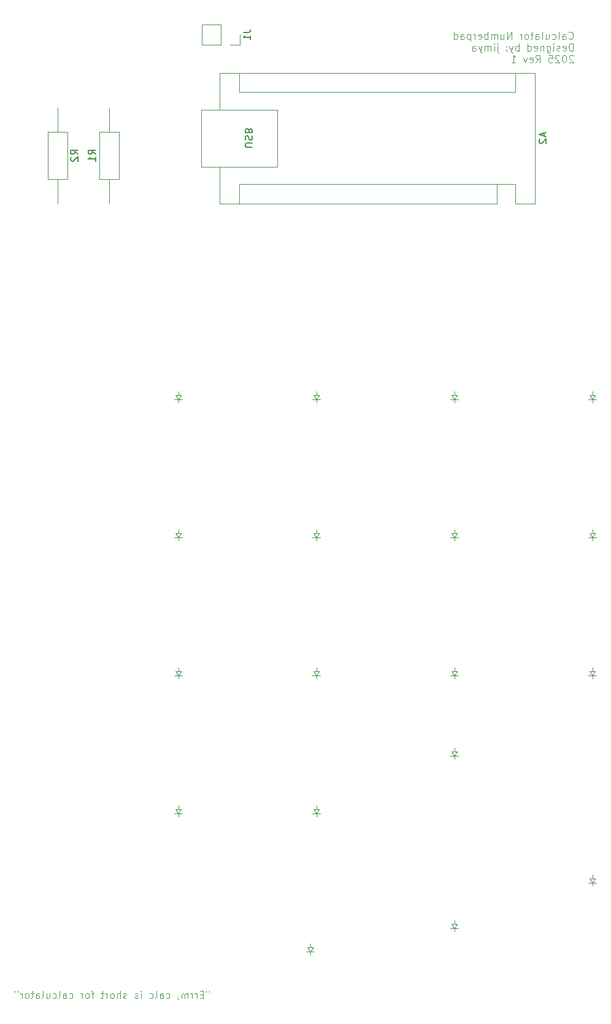
<source format=gbr>
%TF.GenerationSoftware,KiCad,Pcbnew,9.0.2*%
%TF.CreationDate,2025-05-15T02:22:54+10:00*%
%TF.ProjectId,Calculator,43616c63-756c-4617-946f-722e6b696361,rev?*%
%TF.SameCoordinates,Original*%
%TF.FileFunction,Legend,Bot*%
%TF.FilePolarity,Positive*%
%FSLAX46Y46*%
G04 Gerber Fmt 4.6, Leading zero omitted, Abs format (unit mm)*
G04 Created by KiCad (PCBNEW 9.0.2) date 2025-05-15 02:22:54*
%MOMM*%
%LPD*%
G01*
G04 APERTURE LIST*
%ADD10C,0.100000*%
%ADD11C,0.150000*%
%ADD12C,0.120000*%
G04 APERTURE END LIST*
D10*
X137948437Y-34583542D02*
X137996056Y-34631162D01*
X137996056Y-34631162D02*
X138138913Y-34678781D01*
X138138913Y-34678781D02*
X138234151Y-34678781D01*
X138234151Y-34678781D02*
X138377008Y-34631162D01*
X138377008Y-34631162D02*
X138472246Y-34535923D01*
X138472246Y-34535923D02*
X138519865Y-34440685D01*
X138519865Y-34440685D02*
X138567484Y-34250209D01*
X138567484Y-34250209D02*
X138567484Y-34107352D01*
X138567484Y-34107352D02*
X138519865Y-33916876D01*
X138519865Y-33916876D02*
X138472246Y-33821638D01*
X138472246Y-33821638D02*
X138377008Y-33726400D01*
X138377008Y-33726400D02*
X138234151Y-33678781D01*
X138234151Y-33678781D02*
X138138913Y-33678781D01*
X138138913Y-33678781D02*
X137996056Y-33726400D01*
X137996056Y-33726400D02*
X137948437Y-33774019D01*
X137091294Y-34678781D02*
X137091294Y-34154971D01*
X137091294Y-34154971D02*
X137138913Y-34059733D01*
X137138913Y-34059733D02*
X137234151Y-34012114D01*
X137234151Y-34012114D02*
X137424627Y-34012114D01*
X137424627Y-34012114D02*
X137519865Y-34059733D01*
X137091294Y-34631162D02*
X137186532Y-34678781D01*
X137186532Y-34678781D02*
X137424627Y-34678781D01*
X137424627Y-34678781D02*
X137519865Y-34631162D01*
X137519865Y-34631162D02*
X137567484Y-34535923D01*
X137567484Y-34535923D02*
X137567484Y-34440685D01*
X137567484Y-34440685D02*
X137519865Y-34345447D01*
X137519865Y-34345447D02*
X137424627Y-34297828D01*
X137424627Y-34297828D02*
X137186532Y-34297828D01*
X137186532Y-34297828D02*
X137091294Y-34250209D01*
X136472246Y-34678781D02*
X136567484Y-34631162D01*
X136567484Y-34631162D02*
X136615103Y-34535923D01*
X136615103Y-34535923D02*
X136615103Y-33678781D01*
X135662722Y-34631162D02*
X135757960Y-34678781D01*
X135757960Y-34678781D02*
X135948436Y-34678781D01*
X135948436Y-34678781D02*
X136043674Y-34631162D01*
X136043674Y-34631162D02*
X136091293Y-34583542D01*
X136091293Y-34583542D02*
X136138912Y-34488304D01*
X136138912Y-34488304D02*
X136138912Y-34202590D01*
X136138912Y-34202590D02*
X136091293Y-34107352D01*
X136091293Y-34107352D02*
X136043674Y-34059733D01*
X136043674Y-34059733D02*
X135948436Y-34012114D01*
X135948436Y-34012114D02*
X135757960Y-34012114D01*
X135757960Y-34012114D02*
X135662722Y-34059733D01*
X134805579Y-34012114D02*
X134805579Y-34678781D01*
X135234150Y-34012114D02*
X135234150Y-34535923D01*
X135234150Y-34535923D02*
X135186531Y-34631162D01*
X135186531Y-34631162D02*
X135091293Y-34678781D01*
X135091293Y-34678781D02*
X134948436Y-34678781D01*
X134948436Y-34678781D02*
X134853198Y-34631162D01*
X134853198Y-34631162D02*
X134805579Y-34583542D01*
X134186531Y-34678781D02*
X134281769Y-34631162D01*
X134281769Y-34631162D02*
X134329388Y-34535923D01*
X134329388Y-34535923D02*
X134329388Y-33678781D01*
X133377007Y-34678781D02*
X133377007Y-34154971D01*
X133377007Y-34154971D02*
X133424626Y-34059733D01*
X133424626Y-34059733D02*
X133519864Y-34012114D01*
X133519864Y-34012114D02*
X133710340Y-34012114D01*
X133710340Y-34012114D02*
X133805578Y-34059733D01*
X133377007Y-34631162D02*
X133472245Y-34678781D01*
X133472245Y-34678781D02*
X133710340Y-34678781D01*
X133710340Y-34678781D02*
X133805578Y-34631162D01*
X133805578Y-34631162D02*
X133853197Y-34535923D01*
X133853197Y-34535923D02*
X133853197Y-34440685D01*
X133853197Y-34440685D02*
X133805578Y-34345447D01*
X133805578Y-34345447D02*
X133710340Y-34297828D01*
X133710340Y-34297828D02*
X133472245Y-34297828D01*
X133472245Y-34297828D02*
X133377007Y-34250209D01*
X133043673Y-34012114D02*
X132662721Y-34012114D01*
X132900816Y-33678781D02*
X132900816Y-34535923D01*
X132900816Y-34535923D02*
X132853197Y-34631162D01*
X132853197Y-34631162D02*
X132757959Y-34678781D01*
X132757959Y-34678781D02*
X132662721Y-34678781D01*
X132186530Y-34678781D02*
X132281768Y-34631162D01*
X132281768Y-34631162D02*
X132329387Y-34583542D01*
X132329387Y-34583542D02*
X132377006Y-34488304D01*
X132377006Y-34488304D02*
X132377006Y-34202590D01*
X132377006Y-34202590D02*
X132329387Y-34107352D01*
X132329387Y-34107352D02*
X132281768Y-34059733D01*
X132281768Y-34059733D02*
X132186530Y-34012114D01*
X132186530Y-34012114D02*
X132043673Y-34012114D01*
X132043673Y-34012114D02*
X131948435Y-34059733D01*
X131948435Y-34059733D02*
X131900816Y-34107352D01*
X131900816Y-34107352D02*
X131853197Y-34202590D01*
X131853197Y-34202590D02*
X131853197Y-34488304D01*
X131853197Y-34488304D02*
X131900816Y-34583542D01*
X131900816Y-34583542D02*
X131948435Y-34631162D01*
X131948435Y-34631162D02*
X132043673Y-34678781D01*
X132043673Y-34678781D02*
X132186530Y-34678781D01*
X131424625Y-34678781D02*
X131424625Y-34012114D01*
X131424625Y-34202590D02*
X131377006Y-34107352D01*
X131377006Y-34107352D02*
X131329387Y-34059733D01*
X131329387Y-34059733D02*
X131234149Y-34012114D01*
X131234149Y-34012114D02*
X131138911Y-34012114D01*
X130043672Y-34678781D02*
X130043672Y-33678781D01*
X130043672Y-33678781D02*
X129472244Y-34678781D01*
X129472244Y-34678781D02*
X129472244Y-33678781D01*
X128567482Y-34012114D02*
X128567482Y-34678781D01*
X128996053Y-34012114D02*
X128996053Y-34535923D01*
X128996053Y-34535923D02*
X128948434Y-34631162D01*
X128948434Y-34631162D02*
X128853196Y-34678781D01*
X128853196Y-34678781D02*
X128710339Y-34678781D01*
X128710339Y-34678781D02*
X128615101Y-34631162D01*
X128615101Y-34631162D02*
X128567482Y-34583542D01*
X128091291Y-34678781D02*
X128091291Y-34012114D01*
X128091291Y-34107352D02*
X128043672Y-34059733D01*
X128043672Y-34059733D02*
X127948434Y-34012114D01*
X127948434Y-34012114D02*
X127805577Y-34012114D01*
X127805577Y-34012114D02*
X127710339Y-34059733D01*
X127710339Y-34059733D02*
X127662720Y-34154971D01*
X127662720Y-34154971D02*
X127662720Y-34678781D01*
X127662720Y-34154971D02*
X127615101Y-34059733D01*
X127615101Y-34059733D02*
X127519863Y-34012114D01*
X127519863Y-34012114D02*
X127377006Y-34012114D01*
X127377006Y-34012114D02*
X127281767Y-34059733D01*
X127281767Y-34059733D02*
X127234148Y-34154971D01*
X127234148Y-34154971D02*
X127234148Y-34678781D01*
X126757958Y-34678781D02*
X126757958Y-33678781D01*
X126757958Y-34059733D02*
X126662720Y-34012114D01*
X126662720Y-34012114D02*
X126472244Y-34012114D01*
X126472244Y-34012114D02*
X126377006Y-34059733D01*
X126377006Y-34059733D02*
X126329387Y-34107352D01*
X126329387Y-34107352D02*
X126281768Y-34202590D01*
X126281768Y-34202590D02*
X126281768Y-34488304D01*
X126281768Y-34488304D02*
X126329387Y-34583542D01*
X126329387Y-34583542D02*
X126377006Y-34631162D01*
X126377006Y-34631162D02*
X126472244Y-34678781D01*
X126472244Y-34678781D02*
X126662720Y-34678781D01*
X126662720Y-34678781D02*
X126757958Y-34631162D01*
X125472244Y-34631162D02*
X125567482Y-34678781D01*
X125567482Y-34678781D02*
X125757958Y-34678781D01*
X125757958Y-34678781D02*
X125853196Y-34631162D01*
X125853196Y-34631162D02*
X125900815Y-34535923D01*
X125900815Y-34535923D02*
X125900815Y-34154971D01*
X125900815Y-34154971D02*
X125853196Y-34059733D01*
X125853196Y-34059733D02*
X125757958Y-34012114D01*
X125757958Y-34012114D02*
X125567482Y-34012114D01*
X125567482Y-34012114D02*
X125472244Y-34059733D01*
X125472244Y-34059733D02*
X125424625Y-34154971D01*
X125424625Y-34154971D02*
X125424625Y-34250209D01*
X125424625Y-34250209D02*
X125900815Y-34345447D01*
X124996053Y-34678781D02*
X124996053Y-34012114D01*
X124996053Y-34202590D02*
X124948434Y-34107352D01*
X124948434Y-34107352D02*
X124900815Y-34059733D01*
X124900815Y-34059733D02*
X124805577Y-34012114D01*
X124805577Y-34012114D02*
X124710339Y-34012114D01*
X124377005Y-34012114D02*
X124377005Y-35012114D01*
X124377005Y-34059733D02*
X124281767Y-34012114D01*
X124281767Y-34012114D02*
X124091291Y-34012114D01*
X124091291Y-34012114D02*
X123996053Y-34059733D01*
X123996053Y-34059733D02*
X123948434Y-34107352D01*
X123948434Y-34107352D02*
X123900815Y-34202590D01*
X123900815Y-34202590D02*
X123900815Y-34488304D01*
X123900815Y-34488304D02*
X123948434Y-34583542D01*
X123948434Y-34583542D02*
X123996053Y-34631162D01*
X123996053Y-34631162D02*
X124091291Y-34678781D01*
X124091291Y-34678781D02*
X124281767Y-34678781D01*
X124281767Y-34678781D02*
X124377005Y-34631162D01*
X123043672Y-34678781D02*
X123043672Y-34154971D01*
X123043672Y-34154971D02*
X123091291Y-34059733D01*
X123091291Y-34059733D02*
X123186529Y-34012114D01*
X123186529Y-34012114D02*
X123377005Y-34012114D01*
X123377005Y-34012114D02*
X123472243Y-34059733D01*
X123043672Y-34631162D02*
X123138910Y-34678781D01*
X123138910Y-34678781D02*
X123377005Y-34678781D01*
X123377005Y-34678781D02*
X123472243Y-34631162D01*
X123472243Y-34631162D02*
X123519862Y-34535923D01*
X123519862Y-34535923D02*
X123519862Y-34440685D01*
X123519862Y-34440685D02*
X123472243Y-34345447D01*
X123472243Y-34345447D02*
X123377005Y-34297828D01*
X123377005Y-34297828D02*
X123138910Y-34297828D01*
X123138910Y-34297828D02*
X123043672Y-34250209D01*
X122138910Y-34678781D02*
X122138910Y-33678781D01*
X122138910Y-34631162D02*
X122234148Y-34678781D01*
X122234148Y-34678781D02*
X122424624Y-34678781D01*
X122424624Y-34678781D02*
X122519862Y-34631162D01*
X122519862Y-34631162D02*
X122567481Y-34583542D01*
X122567481Y-34583542D02*
X122615100Y-34488304D01*
X122615100Y-34488304D02*
X122615100Y-34202590D01*
X122615100Y-34202590D02*
X122567481Y-34107352D01*
X122567481Y-34107352D02*
X122519862Y-34059733D01*
X122519862Y-34059733D02*
X122424624Y-34012114D01*
X122424624Y-34012114D02*
X122234148Y-34012114D01*
X122234148Y-34012114D02*
X122138910Y-34059733D01*
X138519865Y-36288725D02*
X138519865Y-35288725D01*
X138519865Y-35288725D02*
X138281770Y-35288725D01*
X138281770Y-35288725D02*
X138138913Y-35336344D01*
X138138913Y-35336344D02*
X138043675Y-35431582D01*
X138043675Y-35431582D02*
X137996056Y-35526820D01*
X137996056Y-35526820D02*
X137948437Y-35717296D01*
X137948437Y-35717296D02*
X137948437Y-35860153D01*
X137948437Y-35860153D02*
X137996056Y-36050629D01*
X137996056Y-36050629D02*
X138043675Y-36145867D01*
X138043675Y-36145867D02*
X138138913Y-36241106D01*
X138138913Y-36241106D02*
X138281770Y-36288725D01*
X138281770Y-36288725D02*
X138519865Y-36288725D01*
X137138913Y-36241106D02*
X137234151Y-36288725D01*
X137234151Y-36288725D02*
X137424627Y-36288725D01*
X137424627Y-36288725D02*
X137519865Y-36241106D01*
X137519865Y-36241106D02*
X137567484Y-36145867D01*
X137567484Y-36145867D02*
X137567484Y-35764915D01*
X137567484Y-35764915D02*
X137519865Y-35669677D01*
X137519865Y-35669677D02*
X137424627Y-35622058D01*
X137424627Y-35622058D02*
X137234151Y-35622058D01*
X137234151Y-35622058D02*
X137138913Y-35669677D01*
X137138913Y-35669677D02*
X137091294Y-35764915D01*
X137091294Y-35764915D02*
X137091294Y-35860153D01*
X137091294Y-35860153D02*
X137567484Y-35955391D01*
X136710341Y-36241106D02*
X136615103Y-36288725D01*
X136615103Y-36288725D02*
X136424627Y-36288725D01*
X136424627Y-36288725D02*
X136329389Y-36241106D01*
X136329389Y-36241106D02*
X136281770Y-36145867D01*
X136281770Y-36145867D02*
X136281770Y-36098248D01*
X136281770Y-36098248D02*
X136329389Y-36003010D01*
X136329389Y-36003010D02*
X136424627Y-35955391D01*
X136424627Y-35955391D02*
X136567484Y-35955391D01*
X136567484Y-35955391D02*
X136662722Y-35907772D01*
X136662722Y-35907772D02*
X136710341Y-35812534D01*
X136710341Y-35812534D02*
X136710341Y-35764915D01*
X136710341Y-35764915D02*
X136662722Y-35669677D01*
X136662722Y-35669677D02*
X136567484Y-35622058D01*
X136567484Y-35622058D02*
X136424627Y-35622058D01*
X136424627Y-35622058D02*
X136329389Y-35669677D01*
X135853198Y-36288725D02*
X135853198Y-35622058D01*
X135853198Y-35288725D02*
X135900817Y-35336344D01*
X135900817Y-35336344D02*
X135853198Y-35383963D01*
X135853198Y-35383963D02*
X135805579Y-35336344D01*
X135805579Y-35336344D02*
X135853198Y-35288725D01*
X135853198Y-35288725D02*
X135853198Y-35383963D01*
X134948437Y-35622058D02*
X134948437Y-36431582D01*
X134948437Y-36431582D02*
X134996056Y-36526820D01*
X134996056Y-36526820D02*
X135043675Y-36574439D01*
X135043675Y-36574439D02*
X135138913Y-36622058D01*
X135138913Y-36622058D02*
X135281770Y-36622058D01*
X135281770Y-36622058D02*
X135377008Y-36574439D01*
X134948437Y-36241106D02*
X135043675Y-36288725D01*
X135043675Y-36288725D02*
X135234151Y-36288725D01*
X135234151Y-36288725D02*
X135329389Y-36241106D01*
X135329389Y-36241106D02*
X135377008Y-36193486D01*
X135377008Y-36193486D02*
X135424627Y-36098248D01*
X135424627Y-36098248D02*
X135424627Y-35812534D01*
X135424627Y-35812534D02*
X135377008Y-35717296D01*
X135377008Y-35717296D02*
X135329389Y-35669677D01*
X135329389Y-35669677D02*
X135234151Y-35622058D01*
X135234151Y-35622058D02*
X135043675Y-35622058D01*
X135043675Y-35622058D02*
X134948437Y-35669677D01*
X134472246Y-35622058D02*
X134472246Y-36288725D01*
X134472246Y-35717296D02*
X134424627Y-35669677D01*
X134424627Y-35669677D02*
X134329389Y-35622058D01*
X134329389Y-35622058D02*
X134186532Y-35622058D01*
X134186532Y-35622058D02*
X134091294Y-35669677D01*
X134091294Y-35669677D02*
X134043675Y-35764915D01*
X134043675Y-35764915D02*
X134043675Y-36288725D01*
X133186532Y-36241106D02*
X133281770Y-36288725D01*
X133281770Y-36288725D02*
X133472246Y-36288725D01*
X133472246Y-36288725D02*
X133567484Y-36241106D01*
X133567484Y-36241106D02*
X133615103Y-36145867D01*
X133615103Y-36145867D02*
X133615103Y-35764915D01*
X133615103Y-35764915D02*
X133567484Y-35669677D01*
X133567484Y-35669677D02*
X133472246Y-35622058D01*
X133472246Y-35622058D02*
X133281770Y-35622058D01*
X133281770Y-35622058D02*
X133186532Y-35669677D01*
X133186532Y-35669677D02*
X133138913Y-35764915D01*
X133138913Y-35764915D02*
X133138913Y-35860153D01*
X133138913Y-35860153D02*
X133615103Y-35955391D01*
X132281770Y-36288725D02*
X132281770Y-35288725D01*
X132281770Y-36241106D02*
X132377008Y-36288725D01*
X132377008Y-36288725D02*
X132567484Y-36288725D01*
X132567484Y-36288725D02*
X132662722Y-36241106D01*
X132662722Y-36241106D02*
X132710341Y-36193486D01*
X132710341Y-36193486D02*
X132757960Y-36098248D01*
X132757960Y-36098248D02*
X132757960Y-35812534D01*
X132757960Y-35812534D02*
X132710341Y-35717296D01*
X132710341Y-35717296D02*
X132662722Y-35669677D01*
X132662722Y-35669677D02*
X132567484Y-35622058D01*
X132567484Y-35622058D02*
X132377008Y-35622058D01*
X132377008Y-35622058D02*
X132281770Y-35669677D01*
X131043674Y-36288725D02*
X131043674Y-35288725D01*
X131043674Y-35669677D02*
X130948436Y-35622058D01*
X130948436Y-35622058D02*
X130757960Y-35622058D01*
X130757960Y-35622058D02*
X130662722Y-35669677D01*
X130662722Y-35669677D02*
X130615103Y-35717296D01*
X130615103Y-35717296D02*
X130567484Y-35812534D01*
X130567484Y-35812534D02*
X130567484Y-36098248D01*
X130567484Y-36098248D02*
X130615103Y-36193486D01*
X130615103Y-36193486D02*
X130662722Y-36241106D01*
X130662722Y-36241106D02*
X130757960Y-36288725D01*
X130757960Y-36288725D02*
X130948436Y-36288725D01*
X130948436Y-36288725D02*
X131043674Y-36241106D01*
X130234150Y-35622058D02*
X129996055Y-36288725D01*
X129757960Y-35622058D02*
X129996055Y-36288725D01*
X129996055Y-36288725D02*
X130091293Y-36526820D01*
X130091293Y-36526820D02*
X130138912Y-36574439D01*
X130138912Y-36574439D02*
X130234150Y-36622058D01*
X129377007Y-36193486D02*
X129329388Y-36241106D01*
X129329388Y-36241106D02*
X129377007Y-36288725D01*
X129377007Y-36288725D02*
X129424626Y-36241106D01*
X129424626Y-36241106D02*
X129377007Y-36193486D01*
X129377007Y-36193486D02*
X129377007Y-36288725D01*
X129377007Y-35669677D02*
X129329388Y-35717296D01*
X129329388Y-35717296D02*
X129377007Y-35764915D01*
X129377007Y-35764915D02*
X129424626Y-35717296D01*
X129424626Y-35717296D02*
X129377007Y-35669677D01*
X129377007Y-35669677D02*
X129377007Y-35764915D01*
X128138912Y-35622058D02*
X128138912Y-36479201D01*
X128138912Y-36479201D02*
X128186531Y-36574439D01*
X128186531Y-36574439D02*
X128281769Y-36622058D01*
X128281769Y-36622058D02*
X128329388Y-36622058D01*
X128138912Y-35288725D02*
X128186531Y-35336344D01*
X128186531Y-35336344D02*
X128138912Y-35383963D01*
X128138912Y-35383963D02*
X128091293Y-35336344D01*
X128091293Y-35336344D02*
X128138912Y-35288725D01*
X128138912Y-35288725D02*
X128138912Y-35383963D01*
X127662722Y-36288725D02*
X127662722Y-35622058D01*
X127662722Y-35288725D02*
X127710341Y-35336344D01*
X127710341Y-35336344D02*
X127662722Y-35383963D01*
X127662722Y-35383963D02*
X127615103Y-35336344D01*
X127615103Y-35336344D02*
X127662722Y-35288725D01*
X127662722Y-35288725D02*
X127662722Y-35383963D01*
X127186532Y-36288725D02*
X127186532Y-35622058D01*
X127186532Y-35717296D02*
X127138913Y-35669677D01*
X127138913Y-35669677D02*
X127043675Y-35622058D01*
X127043675Y-35622058D02*
X126900818Y-35622058D01*
X126900818Y-35622058D02*
X126805580Y-35669677D01*
X126805580Y-35669677D02*
X126757961Y-35764915D01*
X126757961Y-35764915D02*
X126757961Y-36288725D01*
X126757961Y-35764915D02*
X126710342Y-35669677D01*
X126710342Y-35669677D02*
X126615104Y-35622058D01*
X126615104Y-35622058D02*
X126472247Y-35622058D01*
X126472247Y-35622058D02*
X126377008Y-35669677D01*
X126377008Y-35669677D02*
X126329389Y-35764915D01*
X126329389Y-35764915D02*
X126329389Y-36288725D01*
X125948437Y-35622058D02*
X125710342Y-36288725D01*
X125472247Y-35622058D02*
X125710342Y-36288725D01*
X125710342Y-36288725D02*
X125805580Y-36526820D01*
X125805580Y-36526820D02*
X125853199Y-36574439D01*
X125853199Y-36574439D02*
X125948437Y-36622058D01*
X124662723Y-36288725D02*
X124662723Y-35764915D01*
X124662723Y-35764915D02*
X124710342Y-35669677D01*
X124710342Y-35669677D02*
X124805580Y-35622058D01*
X124805580Y-35622058D02*
X124996056Y-35622058D01*
X124996056Y-35622058D02*
X125091294Y-35669677D01*
X124662723Y-36241106D02*
X124757961Y-36288725D01*
X124757961Y-36288725D02*
X124996056Y-36288725D01*
X124996056Y-36288725D02*
X125091294Y-36241106D01*
X125091294Y-36241106D02*
X125138913Y-36145867D01*
X125138913Y-36145867D02*
X125138913Y-36050629D01*
X125138913Y-36050629D02*
X125091294Y-35955391D01*
X125091294Y-35955391D02*
X124996056Y-35907772D01*
X124996056Y-35907772D02*
X124757961Y-35907772D01*
X124757961Y-35907772D02*
X124662723Y-35860153D01*
X138567484Y-36993907D02*
X138519865Y-36946288D01*
X138519865Y-36946288D02*
X138424627Y-36898669D01*
X138424627Y-36898669D02*
X138186532Y-36898669D01*
X138186532Y-36898669D02*
X138091294Y-36946288D01*
X138091294Y-36946288D02*
X138043675Y-36993907D01*
X138043675Y-36993907D02*
X137996056Y-37089145D01*
X137996056Y-37089145D02*
X137996056Y-37184383D01*
X137996056Y-37184383D02*
X138043675Y-37327240D01*
X138043675Y-37327240D02*
X138615103Y-37898669D01*
X138615103Y-37898669D02*
X137996056Y-37898669D01*
X137377008Y-36898669D02*
X137281770Y-36898669D01*
X137281770Y-36898669D02*
X137186532Y-36946288D01*
X137186532Y-36946288D02*
X137138913Y-36993907D01*
X137138913Y-36993907D02*
X137091294Y-37089145D01*
X137091294Y-37089145D02*
X137043675Y-37279621D01*
X137043675Y-37279621D02*
X137043675Y-37517716D01*
X137043675Y-37517716D02*
X137091294Y-37708192D01*
X137091294Y-37708192D02*
X137138913Y-37803430D01*
X137138913Y-37803430D02*
X137186532Y-37851050D01*
X137186532Y-37851050D02*
X137281770Y-37898669D01*
X137281770Y-37898669D02*
X137377008Y-37898669D01*
X137377008Y-37898669D02*
X137472246Y-37851050D01*
X137472246Y-37851050D02*
X137519865Y-37803430D01*
X137519865Y-37803430D02*
X137567484Y-37708192D01*
X137567484Y-37708192D02*
X137615103Y-37517716D01*
X137615103Y-37517716D02*
X137615103Y-37279621D01*
X137615103Y-37279621D02*
X137567484Y-37089145D01*
X137567484Y-37089145D02*
X137519865Y-36993907D01*
X137519865Y-36993907D02*
X137472246Y-36946288D01*
X137472246Y-36946288D02*
X137377008Y-36898669D01*
X136662722Y-36993907D02*
X136615103Y-36946288D01*
X136615103Y-36946288D02*
X136519865Y-36898669D01*
X136519865Y-36898669D02*
X136281770Y-36898669D01*
X136281770Y-36898669D02*
X136186532Y-36946288D01*
X136186532Y-36946288D02*
X136138913Y-36993907D01*
X136138913Y-36993907D02*
X136091294Y-37089145D01*
X136091294Y-37089145D02*
X136091294Y-37184383D01*
X136091294Y-37184383D02*
X136138913Y-37327240D01*
X136138913Y-37327240D02*
X136710341Y-37898669D01*
X136710341Y-37898669D02*
X136091294Y-37898669D01*
X135186532Y-36898669D02*
X135662722Y-36898669D01*
X135662722Y-36898669D02*
X135710341Y-37374859D01*
X135710341Y-37374859D02*
X135662722Y-37327240D01*
X135662722Y-37327240D02*
X135567484Y-37279621D01*
X135567484Y-37279621D02*
X135329389Y-37279621D01*
X135329389Y-37279621D02*
X135234151Y-37327240D01*
X135234151Y-37327240D02*
X135186532Y-37374859D01*
X135186532Y-37374859D02*
X135138913Y-37470097D01*
X135138913Y-37470097D02*
X135138913Y-37708192D01*
X135138913Y-37708192D02*
X135186532Y-37803430D01*
X135186532Y-37803430D02*
X135234151Y-37851050D01*
X135234151Y-37851050D02*
X135329389Y-37898669D01*
X135329389Y-37898669D02*
X135567484Y-37898669D01*
X135567484Y-37898669D02*
X135662722Y-37851050D01*
X135662722Y-37851050D02*
X135710341Y-37803430D01*
X133377008Y-37898669D02*
X133710341Y-37422478D01*
X133948436Y-37898669D02*
X133948436Y-36898669D01*
X133948436Y-36898669D02*
X133567484Y-36898669D01*
X133567484Y-36898669D02*
X133472246Y-36946288D01*
X133472246Y-36946288D02*
X133424627Y-36993907D01*
X133424627Y-36993907D02*
X133377008Y-37089145D01*
X133377008Y-37089145D02*
X133377008Y-37232002D01*
X133377008Y-37232002D02*
X133424627Y-37327240D01*
X133424627Y-37327240D02*
X133472246Y-37374859D01*
X133472246Y-37374859D02*
X133567484Y-37422478D01*
X133567484Y-37422478D02*
X133948436Y-37422478D01*
X132567484Y-37851050D02*
X132662722Y-37898669D01*
X132662722Y-37898669D02*
X132853198Y-37898669D01*
X132853198Y-37898669D02*
X132948436Y-37851050D01*
X132948436Y-37851050D02*
X132996055Y-37755811D01*
X132996055Y-37755811D02*
X132996055Y-37374859D01*
X132996055Y-37374859D02*
X132948436Y-37279621D01*
X132948436Y-37279621D02*
X132853198Y-37232002D01*
X132853198Y-37232002D02*
X132662722Y-37232002D01*
X132662722Y-37232002D02*
X132567484Y-37279621D01*
X132567484Y-37279621D02*
X132519865Y-37374859D01*
X132519865Y-37374859D02*
X132519865Y-37470097D01*
X132519865Y-37470097D02*
X132996055Y-37565335D01*
X132186531Y-37232002D02*
X131948436Y-37898669D01*
X131948436Y-37898669D02*
X131710341Y-37232002D01*
X130043674Y-37898669D02*
X130615102Y-37898669D01*
X130329388Y-37898669D02*
X130329388Y-36898669D01*
X130329388Y-36898669D02*
X130424626Y-37041526D01*
X130424626Y-37041526D02*
X130519864Y-37136764D01*
X130519864Y-37136764D02*
X130615102Y-37184383D01*
X88323734Y-166052419D02*
X88323734Y-166242895D01*
X87942782Y-166052419D02*
X87942782Y-166242895D01*
X87514210Y-166528609D02*
X87180877Y-166528609D01*
X87038020Y-167052419D02*
X87514210Y-167052419D01*
X87514210Y-167052419D02*
X87514210Y-166052419D01*
X87514210Y-166052419D02*
X87038020Y-166052419D01*
X86609448Y-167052419D02*
X86609448Y-166385752D01*
X86609448Y-166576228D02*
X86561829Y-166480990D01*
X86561829Y-166480990D02*
X86514210Y-166433371D01*
X86514210Y-166433371D02*
X86418972Y-166385752D01*
X86418972Y-166385752D02*
X86323734Y-166385752D01*
X85990400Y-167052419D02*
X85990400Y-166385752D01*
X85990400Y-166576228D02*
X85942781Y-166480990D01*
X85942781Y-166480990D02*
X85895162Y-166433371D01*
X85895162Y-166433371D02*
X85799924Y-166385752D01*
X85799924Y-166385752D02*
X85704686Y-166385752D01*
X85371352Y-167052419D02*
X85371352Y-166385752D01*
X85371352Y-166480990D02*
X85323733Y-166433371D01*
X85323733Y-166433371D02*
X85228495Y-166385752D01*
X85228495Y-166385752D02*
X85085638Y-166385752D01*
X85085638Y-166385752D02*
X84990400Y-166433371D01*
X84990400Y-166433371D02*
X84942781Y-166528609D01*
X84942781Y-166528609D02*
X84942781Y-167052419D01*
X84942781Y-166528609D02*
X84895162Y-166433371D01*
X84895162Y-166433371D02*
X84799924Y-166385752D01*
X84799924Y-166385752D02*
X84657067Y-166385752D01*
X84657067Y-166385752D02*
X84561828Y-166433371D01*
X84561828Y-166433371D02*
X84514209Y-166528609D01*
X84514209Y-166528609D02*
X84514209Y-167052419D01*
X83990400Y-167004800D02*
X83990400Y-167052419D01*
X83990400Y-167052419D02*
X84038019Y-167147657D01*
X84038019Y-167147657D02*
X84085638Y-167195276D01*
X82371353Y-167004800D02*
X82466591Y-167052419D01*
X82466591Y-167052419D02*
X82657067Y-167052419D01*
X82657067Y-167052419D02*
X82752305Y-167004800D01*
X82752305Y-167004800D02*
X82799924Y-166957180D01*
X82799924Y-166957180D02*
X82847543Y-166861942D01*
X82847543Y-166861942D02*
X82847543Y-166576228D01*
X82847543Y-166576228D02*
X82799924Y-166480990D01*
X82799924Y-166480990D02*
X82752305Y-166433371D01*
X82752305Y-166433371D02*
X82657067Y-166385752D01*
X82657067Y-166385752D02*
X82466591Y-166385752D01*
X82466591Y-166385752D02*
X82371353Y-166433371D01*
X81514210Y-167052419D02*
X81514210Y-166528609D01*
X81514210Y-166528609D02*
X81561829Y-166433371D01*
X81561829Y-166433371D02*
X81657067Y-166385752D01*
X81657067Y-166385752D02*
X81847543Y-166385752D01*
X81847543Y-166385752D02*
X81942781Y-166433371D01*
X81514210Y-167004800D02*
X81609448Y-167052419D01*
X81609448Y-167052419D02*
X81847543Y-167052419D01*
X81847543Y-167052419D02*
X81942781Y-167004800D01*
X81942781Y-167004800D02*
X81990400Y-166909561D01*
X81990400Y-166909561D02*
X81990400Y-166814323D01*
X81990400Y-166814323D02*
X81942781Y-166719085D01*
X81942781Y-166719085D02*
X81847543Y-166671466D01*
X81847543Y-166671466D02*
X81609448Y-166671466D01*
X81609448Y-166671466D02*
X81514210Y-166623847D01*
X80895162Y-167052419D02*
X80990400Y-167004800D01*
X80990400Y-167004800D02*
X81038019Y-166909561D01*
X81038019Y-166909561D02*
X81038019Y-166052419D01*
X80085638Y-167004800D02*
X80180876Y-167052419D01*
X80180876Y-167052419D02*
X80371352Y-167052419D01*
X80371352Y-167052419D02*
X80466590Y-167004800D01*
X80466590Y-167004800D02*
X80514209Y-166957180D01*
X80514209Y-166957180D02*
X80561828Y-166861942D01*
X80561828Y-166861942D02*
X80561828Y-166576228D01*
X80561828Y-166576228D02*
X80514209Y-166480990D01*
X80514209Y-166480990D02*
X80466590Y-166433371D01*
X80466590Y-166433371D02*
X80371352Y-166385752D01*
X80371352Y-166385752D02*
X80180876Y-166385752D01*
X80180876Y-166385752D02*
X80085638Y-166433371D01*
X78895161Y-167052419D02*
X78895161Y-166385752D01*
X78895161Y-166052419D02*
X78942780Y-166100038D01*
X78942780Y-166100038D02*
X78895161Y-166147657D01*
X78895161Y-166147657D02*
X78847542Y-166100038D01*
X78847542Y-166100038D02*
X78895161Y-166052419D01*
X78895161Y-166052419D02*
X78895161Y-166147657D01*
X78466590Y-167004800D02*
X78371352Y-167052419D01*
X78371352Y-167052419D02*
X78180876Y-167052419D01*
X78180876Y-167052419D02*
X78085638Y-167004800D01*
X78085638Y-167004800D02*
X78038019Y-166909561D01*
X78038019Y-166909561D02*
X78038019Y-166861942D01*
X78038019Y-166861942D02*
X78085638Y-166766704D01*
X78085638Y-166766704D02*
X78180876Y-166719085D01*
X78180876Y-166719085D02*
X78323733Y-166719085D01*
X78323733Y-166719085D02*
X78418971Y-166671466D01*
X78418971Y-166671466D02*
X78466590Y-166576228D01*
X78466590Y-166576228D02*
X78466590Y-166528609D01*
X78466590Y-166528609D02*
X78418971Y-166433371D01*
X78418971Y-166433371D02*
X78323733Y-166385752D01*
X78323733Y-166385752D02*
X78180876Y-166385752D01*
X78180876Y-166385752D02*
X78085638Y-166433371D01*
X76895161Y-167004800D02*
X76799923Y-167052419D01*
X76799923Y-167052419D02*
X76609447Y-167052419D01*
X76609447Y-167052419D02*
X76514209Y-167004800D01*
X76514209Y-167004800D02*
X76466590Y-166909561D01*
X76466590Y-166909561D02*
X76466590Y-166861942D01*
X76466590Y-166861942D02*
X76514209Y-166766704D01*
X76514209Y-166766704D02*
X76609447Y-166719085D01*
X76609447Y-166719085D02*
X76752304Y-166719085D01*
X76752304Y-166719085D02*
X76847542Y-166671466D01*
X76847542Y-166671466D02*
X76895161Y-166576228D01*
X76895161Y-166576228D02*
X76895161Y-166528609D01*
X76895161Y-166528609D02*
X76847542Y-166433371D01*
X76847542Y-166433371D02*
X76752304Y-166385752D01*
X76752304Y-166385752D02*
X76609447Y-166385752D01*
X76609447Y-166385752D02*
X76514209Y-166433371D01*
X76038018Y-167052419D02*
X76038018Y-166052419D01*
X75609447Y-167052419D02*
X75609447Y-166528609D01*
X75609447Y-166528609D02*
X75657066Y-166433371D01*
X75657066Y-166433371D02*
X75752304Y-166385752D01*
X75752304Y-166385752D02*
X75895161Y-166385752D01*
X75895161Y-166385752D02*
X75990399Y-166433371D01*
X75990399Y-166433371D02*
X76038018Y-166480990D01*
X74990399Y-167052419D02*
X75085637Y-167004800D01*
X75085637Y-167004800D02*
X75133256Y-166957180D01*
X75133256Y-166957180D02*
X75180875Y-166861942D01*
X75180875Y-166861942D02*
X75180875Y-166576228D01*
X75180875Y-166576228D02*
X75133256Y-166480990D01*
X75133256Y-166480990D02*
X75085637Y-166433371D01*
X75085637Y-166433371D02*
X74990399Y-166385752D01*
X74990399Y-166385752D02*
X74847542Y-166385752D01*
X74847542Y-166385752D02*
X74752304Y-166433371D01*
X74752304Y-166433371D02*
X74704685Y-166480990D01*
X74704685Y-166480990D02*
X74657066Y-166576228D01*
X74657066Y-166576228D02*
X74657066Y-166861942D01*
X74657066Y-166861942D02*
X74704685Y-166957180D01*
X74704685Y-166957180D02*
X74752304Y-167004800D01*
X74752304Y-167004800D02*
X74847542Y-167052419D01*
X74847542Y-167052419D02*
X74990399Y-167052419D01*
X74228494Y-167052419D02*
X74228494Y-166385752D01*
X74228494Y-166576228D02*
X74180875Y-166480990D01*
X74180875Y-166480990D02*
X74133256Y-166433371D01*
X74133256Y-166433371D02*
X74038018Y-166385752D01*
X74038018Y-166385752D02*
X73942780Y-166385752D01*
X73752303Y-166385752D02*
X73371351Y-166385752D01*
X73609446Y-166052419D02*
X73609446Y-166909561D01*
X73609446Y-166909561D02*
X73561827Y-167004800D01*
X73561827Y-167004800D02*
X73466589Y-167052419D01*
X73466589Y-167052419D02*
X73371351Y-167052419D01*
X72418969Y-166385752D02*
X72038017Y-166385752D01*
X72276112Y-167052419D02*
X72276112Y-166195276D01*
X72276112Y-166195276D02*
X72228493Y-166100038D01*
X72228493Y-166100038D02*
X72133255Y-166052419D01*
X72133255Y-166052419D02*
X72038017Y-166052419D01*
X71561826Y-167052419D02*
X71657064Y-167004800D01*
X71657064Y-167004800D02*
X71704683Y-166957180D01*
X71704683Y-166957180D02*
X71752302Y-166861942D01*
X71752302Y-166861942D02*
X71752302Y-166576228D01*
X71752302Y-166576228D02*
X71704683Y-166480990D01*
X71704683Y-166480990D02*
X71657064Y-166433371D01*
X71657064Y-166433371D02*
X71561826Y-166385752D01*
X71561826Y-166385752D02*
X71418969Y-166385752D01*
X71418969Y-166385752D02*
X71323731Y-166433371D01*
X71323731Y-166433371D02*
X71276112Y-166480990D01*
X71276112Y-166480990D02*
X71228493Y-166576228D01*
X71228493Y-166576228D02*
X71228493Y-166861942D01*
X71228493Y-166861942D02*
X71276112Y-166957180D01*
X71276112Y-166957180D02*
X71323731Y-167004800D01*
X71323731Y-167004800D02*
X71418969Y-167052419D01*
X71418969Y-167052419D02*
X71561826Y-167052419D01*
X70799921Y-167052419D02*
X70799921Y-166385752D01*
X70799921Y-166576228D02*
X70752302Y-166480990D01*
X70752302Y-166480990D02*
X70704683Y-166433371D01*
X70704683Y-166433371D02*
X70609445Y-166385752D01*
X70609445Y-166385752D02*
X70514207Y-166385752D01*
X68990397Y-167004800D02*
X69085635Y-167052419D01*
X69085635Y-167052419D02*
X69276111Y-167052419D01*
X69276111Y-167052419D02*
X69371349Y-167004800D01*
X69371349Y-167004800D02*
X69418968Y-166957180D01*
X69418968Y-166957180D02*
X69466587Y-166861942D01*
X69466587Y-166861942D02*
X69466587Y-166576228D01*
X69466587Y-166576228D02*
X69418968Y-166480990D01*
X69418968Y-166480990D02*
X69371349Y-166433371D01*
X69371349Y-166433371D02*
X69276111Y-166385752D01*
X69276111Y-166385752D02*
X69085635Y-166385752D01*
X69085635Y-166385752D02*
X68990397Y-166433371D01*
X68133254Y-167052419D02*
X68133254Y-166528609D01*
X68133254Y-166528609D02*
X68180873Y-166433371D01*
X68180873Y-166433371D02*
X68276111Y-166385752D01*
X68276111Y-166385752D02*
X68466587Y-166385752D01*
X68466587Y-166385752D02*
X68561825Y-166433371D01*
X68133254Y-167004800D02*
X68228492Y-167052419D01*
X68228492Y-167052419D02*
X68466587Y-167052419D01*
X68466587Y-167052419D02*
X68561825Y-167004800D01*
X68561825Y-167004800D02*
X68609444Y-166909561D01*
X68609444Y-166909561D02*
X68609444Y-166814323D01*
X68609444Y-166814323D02*
X68561825Y-166719085D01*
X68561825Y-166719085D02*
X68466587Y-166671466D01*
X68466587Y-166671466D02*
X68228492Y-166671466D01*
X68228492Y-166671466D02*
X68133254Y-166623847D01*
X67514206Y-167052419D02*
X67609444Y-167004800D01*
X67609444Y-167004800D02*
X67657063Y-166909561D01*
X67657063Y-166909561D02*
X67657063Y-166052419D01*
X66704682Y-167004800D02*
X66799920Y-167052419D01*
X66799920Y-167052419D02*
X66990396Y-167052419D01*
X66990396Y-167052419D02*
X67085634Y-167004800D01*
X67085634Y-167004800D02*
X67133253Y-166957180D01*
X67133253Y-166957180D02*
X67180872Y-166861942D01*
X67180872Y-166861942D02*
X67180872Y-166576228D01*
X67180872Y-166576228D02*
X67133253Y-166480990D01*
X67133253Y-166480990D02*
X67085634Y-166433371D01*
X67085634Y-166433371D02*
X66990396Y-166385752D01*
X66990396Y-166385752D02*
X66799920Y-166385752D01*
X66799920Y-166385752D02*
X66704682Y-166433371D01*
X65847539Y-166385752D02*
X65847539Y-167052419D01*
X66276110Y-166385752D02*
X66276110Y-166909561D01*
X66276110Y-166909561D02*
X66228491Y-167004800D01*
X66228491Y-167004800D02*
X66133253Y-167052419D01*
X66133253Y-167052419D02*
X65990396Y-167052419D01*
X65990396Y-167052419D02*
X65895158Y-167004800D01*
X65895158Y-167004800D02*
X65847539Y-166957180D01*
X65228491Y-167052419D02*
X65323729Y-167004800D01*
X65323729Y-167004800D02*
X65371348Y-166909561D01*
X65371348Y-166909561D02*
X65371348Y-166052419D01*
X64418967Y-167052419D02*
X64418967Y-166528609D01*
X64418967Y-166528609D02*
X64466586Y-166433371D01*
X64466586Y-166433371D02*
X64561824Y-166385752D01*
X64561824Y-166385752D02*
X64752300Y-166385752D01*
X64752300Y-166385752D02*
X64847538Y-166433371D01*
X64418967Y-167004800D02*
X64514205Y-167052419D01*
X64514205Y-167052419D02*
X64752300Y-167052419D01*
X64752300Y-167052419D02*
X64847538Y-167004800D01*
X64847538Y-167004800D02*
X64895157Y-166909561D01*
X64895157Y-166909561D02*
X64895157Y-166814323D01*
X64895157Y-166814323D02*
X64847538Y-166719085D01*
X64847538Y-166719085D02*
X64752300Y-166671466D01*
X64752300Y-166671466D02*
X64514205Y-166671466D01*
X64514205Y-166671466D02*
X64418967Y-166623847D01*
X64085633Y-166385752D02*
X63704681Y-166385752D01*
X63942776Y-166052419D02*
X63942776Y-166909561D01*
X63942776Y-166909561D02*
X63895157Y-167004800D01*
X63895157Y-167004800D02*
X63799919Y-167052419D01*
X63799919Y-167052419D02*
X63704681Y-167052419D01*
X63228490Y-167052419D02*
X63323728Y-167004800D01*
X63323728Y-167004800D02*
X63371347Y-166957180D01*
X63371347Y-166957180D02*
X63418966Y-166861942D01*
X63418966Y-166861942D02*
X63418966Y-166576228D01*
X63418966Y-166576228D02*
X63371347Y-166480990D01*
X63371347Y-166480990D02*
X63323728Y-166433371D01*
X63323728Y-166433371D02*
X63228490Y-166385752D01*
X63228490Y-166385752D02*
X63085633Y-166385752D01*
X63085633Y-166385752D02*
X62990395Y-166433371D01*
X62990395Y-166433371D02*
X62942776Y-166480990D01*
X62942776Y-166480990D02*
X62895157Y-166576228D01*
X62895157Y-166576228D02*
X62895157Y-166861942D01*
X62895157Y-166861942D02*
X62942776Y-166957180D01*
X62942776Y-166957180D02*
X62990395Y-167004800D01*
X62990395Y-167004800D02*
X63085633Y-167052419D01*
X63085633Y-167052419D02*
X63228490Y-167052419D01*
X62466585Y-167052419D02*
X62466585Y-166385752D01*
X62466585Y-166576228D02*
X62418966Y-166480990D01*
X62418966Y-166480990D02*
X62371347Y-166433371D01*
X62371347Y-166433371D02*
X62276109Y-166385752D01*
X62276109Y-166385752D02*
X62180871Y-166385752D01*
X61895156Y-166052419D02*
X61895156Y-166242895D01*
X61514204Y-166052419D02*
X61514204Y-166242895D01*
D11*
X72622319Y-50583333D02*
X72146128Y-50250000D01*
X72622319Y-50011905D02*
X71622319Y-50011905D01*
X71622319Y-50011905D02*
X71622319Y-50392857D01*
X71622319Y-50392857D02*
X71669938Y-50488095D01*
X71669938Y-50488095D02*
X71717557Y-50535714D01*
X71717557Y-50535714D02*
X71812795Y-50583333D01*
X71812795Y-50583333D02*
X71955652Y-50583333D01*
X71955652Y-50583333D02*
X72050890Y-50535714D01*
X72050890Y-50535714D02*
X72098509Y-50488095D01*
X72098509Y-50488095D02*
X72146128Y-50392857D01*
X72146128Y-50392857D02*
X72146128Y-50011905D01*
X72622319Y-51535714D02*
X72622319Y-50964286D01*
X72622319Y-51250000D02*
X71622319Y-51250000D01*
X71622319Y-51250000D02*
X71765176Y-51154762D01*
X71765176Y-51154762D02*
X71860414Y-51059524D01*
X71860414Y-51059524D02*
X71908033Y-50964286D01*
X70218569Y-50583333D02*
X69742378Y-50250000D01*
X70218569Y-50011905D02*
X69218569Y-50011905D01*
X69218569Y-50011905D02*
X69218569Y-50392857D01*
X69218569Y-50392857D02*
X69266188Y-50488095D01*
X69266188Y-50488095D02*
X69313807Y-50535714D01*
X69313807Y-50535714D02*
X69409045Y-50583333D01*
X69409045Y-50583333D02*
X69551902Y-50583333D01*
X69551902Y-50583333D02*
X69647140Y-50535714D01*
X69647140Y-50535714D02*
X69694759Y-50488095D01*
X69694759Y-50488095D02*
X69742378Y-50392857D01*
X69742378Y-50392857D02*
X69742378Y-50011905D01*
X69313807Y-50964286D02*
X69266188Y-51011905D01*
X69266188Y-51011905D02*
X69218569Y-51107143D01*
X69218569Y-51107143D02*
X69218569Y-51345238D01*
X69218569Y-51345238D02*
X69266188Y-51440476D01*
X69266188Y-51440476D02*
X69313807Y-51488095D01*
X69313807Y-51488095D02*
X69409045Y-51535714D01*
X69409045Y-51535714D02*
X69504283Y-51535714D01*
X69504283Y-51535714D02*
X69647140Y-51488095D01*
X69647140Y-51488095D02*
X70218569Y-50916667D01*
X70218569Y-50916667D02*
X70218569Y-51535714D01*
X93041069Y-33747916D02*
X93755354Y-33747916D01*
X93755354Y-33747916D02*
X93898211Y-33700297D01*
X93898211Y-33700297D02*
X93993450Y-33605059D01*
X93993450Y-33605059D02*
X94041069Y-33462202D01*
X94041069Y-33462202D02*
X94041069Y-33366964D01*
X94041069Y-34747916D02*
X94041069Y-34176488D01*
X94041069Y-34462202D02*
X93041069Y-34462202D01*
X93041069Y-34462202D02*
X93183926Y-34366964D01*
X93183926Y-34366964D02*
X93279164Y-34271726D01*
X93279164Y-34271726D02*
X93326783Y-34176488D01*
X134555354Y-47644464D02*
X134555354Y-48120654D01*
X134841069Y-47549226D02*
X133841069Y-47882559D01*
X133841069Y-47882559D02*
X134841069Y-48215892D01*
X133936307Y-48501607D02*
X133888688Y-48549226D01*
X133888688Y-48549226D02*
X133841069Y-48644464D01*
X133841069Y-48644464D02*
X133841069Y-48882559D01*
X133841069Y-48882559D02*
X133888688Y-48977797D01*
X133888688Y-48977797D02*
X133936307Y-49025416D01*
X133936307Y-49025416D02*
X134031545Y-49073035D01*
X134031545Y-49073035D02*
X134126783Y-49073035D01*
X134126783Y-49073035D02*
X134269640Y-49025416D01*
X134269640Y-49025416D02*
X134841069Y-48453988D01*
X134841069Y-48453988D02*
X134841069Y-49073035D01*
X94291430Y-49620654D02*
X93481907Y-49620654D01*
X93481907Y-49620654D02*
X93386669Y-49573035D01*
X93386669Y-49573035D02*
X93339050Y-49525416D01*
X93339050Y-49525416D02*
X93291430Y-49430178D01*
X93291430Y-49430178D02*
X93291430Y-49239702D01*
X93291430Y-49239702D02*
X93339050Y-49144464D01*
X93339050Y-49144464D02*
X93386669Y-49096845D01*
X93386669Y-49096845D02*
X93481907Y-49049226D01*
X93481907Y-49049226D02*
X94291430Y-49049226D01*
X93339050Y-48620654D02*
X93291430Y-48477797D01*
X93291430Y-48477797D02*
X93291430Y-48239702D01*
X93291430Y-48239702D02*
X93339050Y-48144464D01*
X93339050Y-48144464D02*
X93386669Y-48096845D01*
X93386669Y-48096845D02*
X93481907Y-48049226D01*
X93481907Y-48049226D02*
X93577145Y-48049226D01*
X93577145Y-48049226D02*
X93672383Y-48096845D01*
X93672383Y-48096845D02*
X93720002Y-48144464D01*
X93720002Y-48144464D02*
X93767621Y-48239702D01*
X93767621Y-48239702D02*
X93815240Y-48430178D01*
X93815240Y-48430178D02*
X93862859Y-48525416D01*
X93862859Y-48525416D02*
X93910478Y-48573035D01*
X93910478Y-48573035D02*
X94005716Y-48620654D01*
X94005716Y-48620654D02*
X94100954Y-48620654D01*
X94100954Y-48620654D02*
X94196192Y-48573035D01*
X94196192Y-48573035D02*
X94243811Y-48525416D01*
X94243811Y-48525416D02*
X94291430Y-48430178D01*
X94291430Y-48430178D02*
X94291430Y-48192083D01*
X94291430Y-48192083D02*
X94243811Y-48049226D01*
X93815240Y-47287321D02*
X93767621Y-47144464D01*
X93767621Y-47144464D02*
X93720002Y-47096845D01*
X93720002Y-47096845D02*
X93624764Y-47049226D01*
X93624764Y-47049226D02*
X93481907Y-47049226D01*
X93481907Y-47049226D02*
X93386669Y-47096845D01*
X93386669Y-47096845D02*
X93339050Y-47144464D01*
X93339050Y-47144464D02*
X93291430Y-47239702D01*
X93291430Y-47239702D02*
X93291430Y-47620654D01*
X93291430Y-47620654D02*
X94291430Y-47620654D01*
X94291430Y-47620654D02*
X94291430Y-47287321D01*
X94291430Y-47287321D02*
X94243811Y-47192083D01*
X94243811Y-47192083D02*
X94196192Y-47144464D01*
X94196192Y-47144464D02*
X94100954Y-47096845D01*
X94100954Y-47096845D02*
X94005716Y-47096845D01*
X94005716Y-47096845D02*
X93910478Y-47144464D01*
X93910478Y-47144464D02*
X93862859Y-47192083D01*
X93862859Y-47192083D02*
X93815240Y-47287321D01*
X93815240Y-47287321D02*
X93815240Y-47620654D01*
%TO.C,R1*%
D12*
X73167500Y-47480000D02*
X75907500Y-47480000D01*
X75907500Y-54020000D01*
X73167500Y-54020000D01*
X73167500Y-47480000D01*
X74537500Y-57330000D02*
X74537500Y-54020000D01*
X74537500Y-44170000D02*
X74537500Y-47480000D01*
%TO.C,R2*%
X68763750Y-54020000D02*
X66023750Y-54020000D01*
X66023750Y-47480000D01*
X68763750Y-47480000D01*
X68763750Y-54020000D01*
X67393750Y-44170000D02*
X67393750Y-47480000D01*
X67393750Y-57330000D02*
X67393750Y-54020000D01*
D10*
%TO.C,D14*%
X103112500Y-141987500D02*
X103112500Y-141587500D01*
X103662500Y-141587500D02*
X102562500Y-141587500D01*
X103112500Y-141587500D02*
X103512500Y-140987500D01*
X103512500Y-140987500D02*
X102712500Y-140987500D01*
X103112500Y-140987500D02*
X103112500Y-140487500D01*
X102712500Y-140987500D02*
X103112500Y-141587500D01*
%TO.C,D9*%
X83662500Y-121937500D02*
X84062500Y-122537500D01*
X84062500Y-121937500D02*
X84062500Y-121437500D01*
X84462500Y-121937500D02*
X83662500Y-121937500D01*
X84062500Y-122537500D02*
X84462500Y-121937500D01*
X84612500Y-122537500D02*
X83512500Y-122537500D01*
X84062500Y-122937500D02*
X84062500Y-122537500D01*
D12*
%TO.C,J1*%
X92586250Y-35461250D02*
X92586250Y-34081250D01*
X91206250Y-35461250D02*
X92586250Y-35461250D01*
X89936250Y-35461250D02*
X87286250Y-35461250D01*
X89936250Y-35461250D02*
X89936250Y-32701250D01*
X87286250Y-35461250D02*
X87286250Y-32701250D01*
X89936250Y-32701250D02*
X87286250Y-32701250D01*
D10*
%TO.C,D18*%
X122162500Y-157838375D02*
X122162500Y-157438375D01*
X122712500Y-157438375D02*
X121612500Y-157438375D01*
X122162500Y-157438375D02*
X122562500Y-156838375D01*
X122562500Y-156838375D02*
X121762500Y-156838375D01*
X122162500Y-156838375D02*
X122162500Y-156338375D01*
X121762500Y-156838375D02*
X122162500Y-157438375D01*
%TO.C,D17*%
X102294625Y-161037500D02*
X102294625Y-160637500D01*
X102844625Y-160637500D02*
X101744625Y-160637500D01*
X102294625Y-160637500D02*
X102694625Y-160037500D01*
X102694625Y-160037500D02*
X101894625Y-160037500D01*
X102294625Y-160037500D02*
X102294625Y-159537500D01*
X101894625Y-160037500D02*
X102294625Y-160637500D01*
%TO.C,D16*%
X141212500Y-151512500D02*
X141212500Y-151112500D01*
X141762500Y-151112500D02*
X140662500Y-151112500D01*
X141212500Y-151112500D02*
X141612500Y-150512500D01*
X141612500Y-150512500D02*
X140812500Y-150512500D01*
X141212500Y-150512500D02*
X141212500Y-150012500D01*
X140812500Y-150512500D02*
X141212500Y-151112500D01*
%TO.C,D15*%
X122162500Y-134025875D02*
X122162500Y-133625875D01*
X122712500Y-133625875D02*
X121612500Y-133625875D01*
X122162500Y-133625875D02*
X122562500Y-133025875D01*
X122562500Y-133025875D02*
X121762500Y-133025875D01*
X122162500Y-133025875D02*
X122162500Y-132525875D01*
X121762500Y-133025875D02*
X122162500Y-133625875D01*
%TO.C,D13*%
X84062500Y-141987500D02*
X84062500Y-141587500D01*
X84612500Y-141587500D02*
X83512500Y-141587500D01*
X84062500Y-141587500D02*
X84462500Y-140987500D01*
X84462500Y-140987500D02*
X83662500Y-140987500D01*
X84062500Y-140987500D02*
X84062500Y-140487500D01*
X83662500Y-140987500D02*
X84062500Y-141587500D01*
%TO.C,D12*%
X141212500Y-122937500D02*
X141212500Y-122537500D01*
X141762500Y-122537500D02*
X140662500Y-122537500D01*
X141212500Y-122537500D02*
X141612500Y-121937500D01*
X141612500Y-121937500D02*
X140812500Y-121937500D01*
X141212500Y-121937500D02*
X141212500Y-121437500D01*
X140812500Y-121937500D02*
X141212500Y-122537500D01*
%TO.C,D11*%
X122162500Y-122937500D02*
X122162500Y-122537500D01*
X122712500Y-122537500D02*
X121612500Y-122537500D01*
X122162500Y-122537500D02*
X122562500Y-121937500D01*
X122562500Y-121937500D02*
X121762500Y-121937500D01*
X122162500Y-121937500D02*
X122162500Y-121437500D01*
X121762500Y-121937500D02*
X122162500Y-122537500D01*
%TO.C,D10*%
X103112500Y-122937500D02*
X103112500Y-122537500D01*
X103662500Y-122537500D02*
X102562500Y-122537500D01*
X103112500Y-122537500D02*
X103512500Y-121937500D01*
X103512500Y-121937500D02*
X102712500Y-121937500D01*
X103112500Y-121937500D02*
X103112500Y-121437500D01*
X102712500Y-121937500D02*
X103112500Y-122537500D01*
%TO.C,D8*%
X141212500Y-103887500D02*
X141212500Y-103487500D01*
X141762500Y-103487500D02*
X140662500Y-103487500D01*
X141212500Y-103487500D02*
X141612500Y-102887500D01*
X141612500Y-102887500D02*
X140812500Y-102887500D01*
X141212500Y-102887500D02*
X141212500Y-102387500D01*
X140812500Y-102887500D02*
X141212500Y-103487500D01*
%TO.C,D7*%
X122162500Y-103887500D02*
X122162500Y-103487500D01*
X122712500Y-103487500D02*
X121612500Y-103487500D01*
X122162500Y-103487500D02*
X122562500Y-102887500D01*
X122562500Y-102887500D02*
X121762500Y-102887500D01*
X122162500Y-102887500D02*
X122162500Y-102387500D01*
X121762500Y-102887500D02*
X122162500Y-103487500D01*
%TO.C,D6*%
X103112500Y-103887500D02*
X103112500Y-103487500D01*
X103662500Y-103487500D02*
X102562500Y-103487500D01*
X103112500Y-103487500D02*
X103512500Y-102887500D01*
X103512500Y-102887500D02*
X102712500Y-102887500D01*
X103112500Y-102887500D02*
X103112500Y-102387500D01*
X102712500Y-102887500D02*
X103112500Y-103487500D01*
%TO.C,D5*%
X84062500Y-103887500D02*
X84062500Y-103487500D01*
X84612500Y-103487500D02*
X83512500Y-103487500D01*
X84062500Y-103487500D02*
X84462500Y-102887500D01*
X84462500Y-102887500D02*
X83662500Y-102887500D01*
X84062500Y-102887500D02*
X84062500Y-102387500D01*
X83662500Y-102887500D02*
X84062500Y-103487500D01*
%TO.C,D4*%
X141212500Y-84837500D02*
X141212500Y-84437500D01*
X141762500Y-84437500D02*
X140662500Y-84437500D01*
X141212500Y-84437500D02*
X141612500Y-83837500D01*
X141612500Y-83837500D02*
X140812500Y-83837500D01*
X141212500Y-83837500D02*
X141212500Y-83337500D01*
X140812500Y-83837500D02*
X141212500Y-84437500D01*
%TO.C,D3*%
X122162500Y-84837500D02*
X122162500Y-84437500D01*
X122712500Y-84437500D02*
X121612500Y-84437500D01*
X122162500Y-84437500D02*
X122562500Y-83837500D01*
X122562500Y-83837500D02*
X121762500Y-83837500D01*
X122162500Y-83837500D02*
X122162500Y-83337500D01*
X121762500Y-83837500D02*
X122162500Y-84437500D01*
%TO.C,D2*%
X103112500Y-84837500D02*
X103112500Y-84437500D01*
X103662500Y-84437500D02*
X102562500Y-84437500D01*
X103112500Y-84437500D02*
X103512500Y-83837500D01*
X103512500Y-83837500D02*
X102712500Y-83837500D01*
X103112500Y-83837500D02*
X103112500Y-83337500D01*
X102712500Y-83837500D02*
X103112500Y-84437500D01*
%TO.C,D1*%
X84062500Y-84837500D02*
X84062500Y-84437500D01*
X84612500Y-84437500D02*
X83512500Y-84437500D01*
X84062500Y-84437500D02*
X84462500Y-83837500D01*
X84462500Y-83837500D02*
X83662500Y-83837500D01*
X84062500Y-83837500D02*
X84062500Y-83337500D01*
X83662500Y-83837500D02*
X84062500Y-84437500D01*
D12*
%TO.C,A2*%
X133246250Y-57378750D02*
X130576250Y-57378750D01*
X128036250Y-57378750D02*
X89806250Y-57378750D01*
X89806250Y-57378750D02*
X89806250Y-52298750D01*
X130576250Y-54708750D02*
X130576250Y-57378750D01*
X128036250Y-54708750D02*
X128036250Y-57378750D01*
X128036250Y-54708750D02*
X130576250Y-54708750D01*
X128036250Y-54708750D02*
X92476250Y-54708750D01*
X92476250Y-54708750D02*
X92476250Y-57378750D01*
X97686250Y-52298750D02*
X97686250Y-44418750D01*
X87266250Y-52298750D02*
X97686250Y-52298750D01*
X97686250Y-44418750D02*
X87266250Y-44418750D01*
X87266250Y-44418750D02*
X87266250Y-52298750D01*
X130576250Y-42008750D02*
X92476250Y-42008750D01*
X130576250Y-42008750D02*
X130576250Y-39338750D01*
X92476250Y-42008750D02*
X92476250Y-39338750D01*
X133246250Y-39338750D02*
X133246250Y-57378750D01*
X89806250Y-39338750D02*
X89806250Y-44418750D01*
X89806250Y-39338750D02*
X133246250Y-39338750D01*
%TD*%
M02*

</source>
